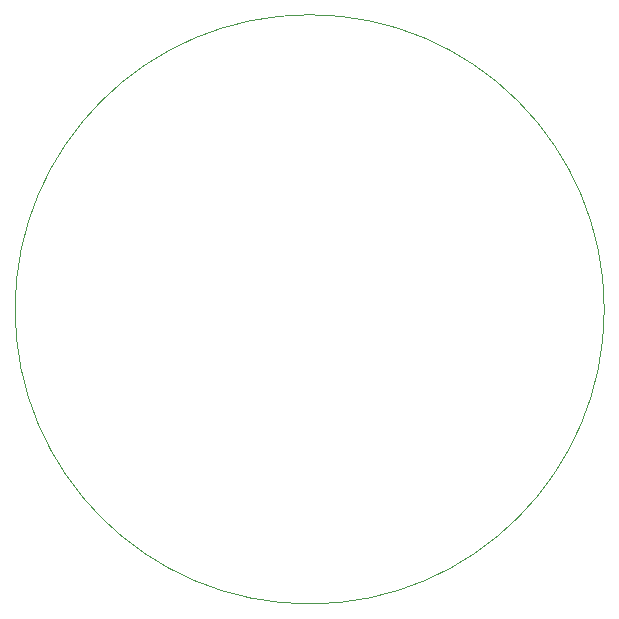
<source format=gm1>
G04 #@! TF.GenerationSoftware,KiCad,Pcbnew,8.0.1*
G04 #@! TF.CreationDate,2024-06-09T19:47:05+05:00*
G04 #@! TF.ProjectId,rocket_project,726f636b-6574-45f7-9072-6f6a6563742e,rev?*
G04 #@! TF.SameCoordinates,Original*
G04 #@! TF.FileFunction,Profile,NP*
%FSLAX46Y46*%
G04 Gerber Fmt 4.6, Leading zero omitted, Abs format (unit mm)*
G04 Created by KiCad (PCBNEW 8.0.1) date 2024-06-09 19:47:05*
%MOMM*%
%LPD*%
G01*
G04 APERTURE LIST*
G04 #@! TA.AperFunction,Profile*
%ADD10C,0.050000*%
G04 #@! TD*
G04 APERTURE END LIST*
D10*
X182433649Y-95197310D02*
G75*
G02*
X132546331Y-95197310I-24943659J0D01*
G01*
X132546331Y-95197310D02*
G75*
G02*
X182433649Y-95197310I24943659J0D01*
G01*
M02*

</source>
